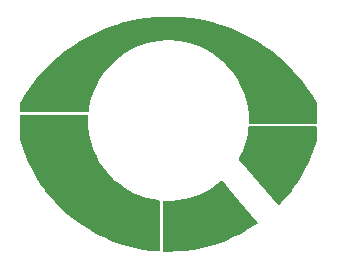
<source format=gbr>
%TF.GenerationSoftware,KiCad,Pcbnew,8.0.5*%
%TF.CreationDate,2024-10-26T17:45:05+02:00*%
%TF.ProjectId,LEDRing,4c454452-696e-4672-9e6b-696361645f70,rev?*%
%TF.SameCoordinates,Original*%
%TF.FileFunction,Copper,L1,Top*%
%TF.FilePolarity,Positive*%
%FSLAX46Y46*%
G04 Gerber Fmt 4.6, Leading zero omitted, Abs format (unit mm)*
G04 Created by KiCad (PCBNEW 8.0.5) date 2024-10-26 17:45:05*
%MOMM*%
%LPD*%
G01*
G04 APERTURE LIST*
G04 Aperture macros list*
%AMRoundRect*
0 Rectangle with rounded corners*
0 $1 Rounding radius*
0 $2 $3 $4 $5 $6 $7 $8 $9 X,Y pos of 4 corners*
0 Add a 4 corners polygon primitive as box body*
4,1,4,$2,$3,$4,$5,$6,$7,$8,$9,$2,$3,0*
0 Add four circle primitives for the rounded corners*
1,1,$1+$1,$2,$3*
1,1,$1+$1,$4,$5*
1,1,$1+$1,$6,$7*
1,1,$1+$1,$8,$9*
0 Add four rect primitives between the rounded corners*
20,1,$1+$1,$2,$3,$4,$5,0*
20,1,$1+$1,$4,$5,$6,$7,0*
20,1,$1+$1,$6,$7,$8,$9,0*
20,1,$1+$1,$8,$9,$2,$3,0*%
G04 Aperture macros list end*
%TA.AperFunction,SMDPad,CuDef*%
%ADD10R,1.600000X2.400000*%
%TD*%
%TA.AperFunction,SMDPad,CuDef*%
%ADD11R,0.600000X2.400000*%
%TD*%
%TA.AperFunction,SMDPad,CuDef*%
%ADD12R,0.600000X0.500000*%
%TD*%
%TA.AperFunction,SMDPad,CuDef*%
%ADD13R,2.400000X1.600000*%
%TD*%
%TA.AperFunction,SMDPad,CuDef*%
%ADD14R,2.400000X0.600000*%
%TD*%
%TA.AperFunction,SMDPad,CuDef*%
%ADD15R,0.500000X0.600000*%
%TD*%
%TA.AperFunction,SMDPad,CuDef*%
%ADD16RoundRect,0.250000X-0.735230X-0.290580X-0.413836X-0.673602X0.735230X0.290580X0.413836X0.673602X0*%
%TD*%
G04 APERTURE END LIST*
D10*
%TO.P,D3,1,K*%
%TO.N,Net-(D3-K)*%
X150575000Y-108800000D03*
D11*
%TO.P,D3,2,A*%
%TO.N,Net-(D2-K)*%
X148925000Y-108800000D03*
D12*
X148625000Y-108800000D03*
%TD*%
D13*
%TO.P,D2,1,K*%
%TO.N,Net-(D2-K)*%
X140500000Y-100575000D03*
D14*
%TO.P,D2,2,A*%
%TO.N,Net-(D1-K)*%
X140500000Y-98925000D03*
D15*
X140500000Y-98625000D03*
%TD*%
D13*
%TO.P,D1,1,K*%
%TO.N,Net-(D1-K)*%
X159500000Y-99425000D03*
D14*
%TO.P,D1,2,A*%
%TO.N,Net-(D1-A)*%
X159500000Y-101075000D03*
D15*
X159500000Y-101375000D03*
%TD*%
D16*
%TO.P,J2,1,Pin_1*%
%TO.N,Net-(D3-K)*%
X154900000Y-107400000D03*
%TD*%
%TO.P,J1,1,Pin_1*%
%TO.N,Net-(D1-A)*%
X158500000Y-104400000D03*
%TD*%
%TA.AperFunction,Conductor*%
%TO.N,Net-(D1-K)*%
G36*
X150376529Y-91205433D02*
G01*
X151120932Y-91243887D01*
X151124731Y-91244181D01*
X151866190Y-91320992D01*
X151869943Y-91321478D01*
X152606483Y-91436443D01*
X152610178Y-91437118D01*
X153339810Y-91589928D01*
X153343487Y-91590798D01*
X154054888Y-91778572D01*
X154064231Y-91781038D01*
X154067898Y-91782108D01*
X154777838Y-92009268D01*
X154781444Y-92010525D01*
X155478742Y-92274017D01*
X155482278Y-92275459D01*
X156165031Y-92574564D01*
X156168488Y-92576186D01*
X156834906Y-92910117D01*
X156838272Y-92911913D01*
X157486603Y-93279796D01*
X157489847Y-93281750D01*
X157989229Y-93600248D01*
X158118323Y-93682582D01*
X158121484Y-93684714D01*
X158728465Y-94117450D01*
X158731490Y-94119728D01*
X159315317Y-94583184D01*
X159318214Y-94585608D01*
X159877392Y-95078601D01*
X159880167Y-95081179D01*
X160413127Y-95602325D01*
X160415784Y-95605061D01*
X160571758Y-95774178D01*
X160921143Y-96153003D01*
X160923659Y-96155876D01*
X161400083Y-96729165D01*
X161402447Y-96732164D01*
X161762815Y-97214395D01*
X161848658Y-97329266D01*
X161850864Y-97332383D01*
X162265664Y-97951692D01*
X162267707Y-97954918D01*
X162589026Y-98492735D01*
X162599500Y-98530688D01*
X162599500Y-100220500D01*
X162577826Y-100272826D01*
X162525500Y-100294500D01*
X156865602Y-100294500D01*
X156813276Y-100272826D01*
X156791602Y-100220500D01*
X156791656Y-100217665D01*
X156792483Y-100196071D01*
X156800000Y-100000000D01*
X156780047Y-99479465D01*
X156720307Y-98961985D01*
X156621129Y-98450596D01*
X156483095Y-97948300D01*
X156453961Y-97867183D01*
X156307021Y-97458055D01*
X156307020Y-97458054D01*
X156307017Y-97458044D01*
X156093926Y-96982705D01*
X155845073Y-96525073D01*
X155605035Y-96154411D01*
X155561924Y-96087839D01*
X155561923Y-96087838D01*
X155561920Y-96087833D01*
X155246126Y-95673551D01*
X154899547Y-95284659D01*
X154685429Y-95078591D01*
X154524216Y-94923438D01*
X154122339Y-94592013D01*
X154122333Y-94592008D01*
X153696259Y-94292315D01*
X153696255Y-94292313D01*
X153696250Y-94292309D01*
X153248507Y-94026123D01*
X153248493Y-94026116D01*
X152781675Y-93794978D01*
X152781662Y-93794973D01*
X152298514Y-93600247D01*
X152298495Y-93600240D01*
X151801892Y-93443081D01*
X151801878Y-93443077D01*
X151801874Y-93443076D01*
X151801867Y-93443074D01*
X151801862Y-93443073D01*
X151294671Y-93324385D01*
X151294665Y-93324384D01*
X151294662Y-93324383D01*
X151294660Y-93324383D01*
X150987917Y-93277004D01*
X150779848Y-93244866D01*
X150714923Y-93239881D01*
X150260459Y-93204990D01*
X149739541Y-93204990D01*
X149335572Y-93236004D01*
X149220151Y-93244866D01*
X148705334Y-93324384D01*
X148705328Y-93324385D01*
X148198137Y-93443073D01*
X148198107Y-93443081D01*
X147701504Y-93600240D01*
X147701485Y-93600247D01*
X147218337Y-93794973D01*
X147218324Y-93794978D01*
X146751506Y-94026116D01*
X146751492Y-94026123D01*
X146303749Y-94292309D01*
X145877676Y-94592001D01*
X145877660Y-94592013D01*
X145475783Y-94923438D01*
X145100451Y-95284661D01*
X144753881Y-95673542D01*
X144438079Y-96087834D01*
X144438075Y-96087839D01*
X144154925Y-96525074D01*
X144154925Y-96525075D01*
X143906082Y-96982689D01*
X143906065Y-96982723D01*
X143692986Y-97458037D01*
X143692978Y-97458055D01*
X143516909Y-97948285D01*
X143516905Y-97948300D01*
X143389559Y-98411705D01*
X143378870Y-98450601D01*
X143378869Y-98450605D01*
X143279694Y-98961977D01*
X143279693Y-98961980D01*
X143248290Y-99234002D01*
X143220758Y-99283497D01*
X143166291Y-99299027D01*
X143160344Y-99298094D01*
X143155412Y-99297113D01*
X143142275Y-99294500D01*
X137474500Y-99294500D01*
X137422174Y-99272826D01*
X137400500Y-99220500D01*
X137400500Y-98530688D01*
X137410974Y-98492735D01*
X137557460Y-98247550D01*
X137732298Y-97954909D01*
X137734318Y-97951718D01*
X138149154Y-97332355D01*
X138151320Y-97329294D01*
X138597569Y-96732142D01*
X138599898Y-96729187D01*
X139076350Y-96155864D01*
X139078845Y-96153015D01*
X139584234Y-95605040D01*
X139586848Y-95602349D01*
X140119851Y-95081161D01*
X140122587Y-95078619D01*
X140681803Y-94585591D01*
X140684662Y-94583200D01*
X141268527Y-94119714D01*
X141271516Y-94117464D01*
X141878533Y-93684702D01*
X141881651Y-93682598D01*
X142510169Y-93281739D01*
X142513379Y-93279806D01*
X143161743Y-92911904D01*
X143165073Y-92910127D01*
X143831521Y-92576180D01*
X143834956Y-92574569D01*
X144517726Y-92275456D01*
X144521257Y-92274017D01*
X145218567Y-92010520D01*
X145222147Y-92009272D01*
X145932111Y-91782104D01*
X145935758Y-91781040D01*
X146656521Y-91590796D01*
X146660180Y-91589930D01*
X147389827Y-91437117D01*
X147393509Y-91436444D01*
X148130061Y-91321478D01*
X148133804Y-91320992D01*
X148875271Y-91244181D01*
X148879064Y-91243887D01*
X149623471Y-91205433D01*
X149627289Y-91205334D01*
X150372711Y-91205334D01*
X150376529Y-91205433D01*
G37*
%TD.AperFunction*%
%TD*%
%TA.AperFunction,Conductor*%
%TO.N,Net-(D1-A)*%
G36*
X162577826Y-100521674D02*
G01*
X162599500Y-100574000D01*
X162599500Y-101529705D01*
X162596277Y-101551305D01*
X162548917Y-101706481D01*
X162407362Y-102170283D01*
X162406087Y-102174088D01*
X162163832Y-102836798D01*
X162162352Y-102840528D01*
X161884542Y-103489094D01*
X161882863Y-103492739D01*
X161570286Y-104125328D01*
X161568411Y-104128876D01*
X161222013Y-104743567D01*
X161219949Y-104747008D01*
X160840735Y-105342021D01*
X160838487Y-105345346D01*
X160427571Y-105918931D01*
X160425146Y-105922129D01*
X159983743Y-106472590D01*
X159981149Y-106475651D01*
X159510555Y-107001375D01*
X159507798Y-107004292D01*
X159369963Y-107142413D01*
X159317660Y-107164141D01*
X159265311Y-107142521D01*
X159261426Y-107138330D01*
X156136634Y-103492739D01*
X155985503Y-103316419D01*
X155967906Y-103262584D01*
X155976677Y-103232911D01*
X156093926Y-103017295D01*
X156307017Y-102541956D01*
X156483095Y-102051700D01*
X156621129Y-101549404D01*
X156720307Y-101038015D01*
X156774854Y-100565512D01*
X156802386Y-100516018D01*
X156848366Y-100500000D01*
X162525500Y-100500000D01*
X162577826Y-100521674D01*
G37*
%TD.AperFunction*%
%TD*%
%TA.AperFunction,Conductor*%
%TO.N,Net-(D2-K)*%
G36*
X143194601Y-99521674D02*
G01*
X143216275Y-99574000D01*
X143216221Y-99576834D01*
X143200000Y-99999999D01*
X143219953Y-100520537D01*
X143279693Y-101038016D01*
X143279694Y-101038022D01*
X143377192Y-101540746D01*
X143378871Y-101549404D01*
X143422037Y-101706481D01*
X143516909Y-102051714D01*
X143692978Y-102541944D01*
X143692986Y-102541962D01*
X143906065Y-103017276D01*
X143906082Y-103017310D01*
X144154925Y-103474924D01*
X144154925Y-103474925D01*
X144438075Y-103912160D01*
X144438080Y-103912167D01*
X144753874Y-104326449D01*
X145100453Y-104715341D01*
X145302228Y-104909530D01*
X145475783Y-105076561D01*
X145773520Y-105322103D01*
X145877667Y-105407992D01*
X146303741Y-105707685D01*
X146303746Y-105707688D01*
X146303749Y-105707690D01*
X146751492Y-105973876D01*
X146751499Y-105973879D01*
X146751505Y-105973883D01*
X146994467Y-106094181D01*
X147218324Y-106205021D01*
X147218328Y-106205022D01*
X147218333Y-106205025D01*
X147701485Y-106399752D01*
X147701504Y-106399759D01*
X148103333Y-106526925D01*
X148198126Y-106556924D01*
X148705340Y-106675617D01*
X149220153Y-106755134D01*
X149230051Y-106755893D01*
X149280564Y-106781506D01*
X149298172Y-106835337D01*
X149296968Y-106844109D01*
X149294500Y-106856519D01*
X149294500Y-111000291D01*
X149272826Y-111052617D01*
X149220500Y-111074291D01*
X149214486Y-111074046D01*
X148585421Y-111022755D01*
X148581432Y-111022321D01*
X147882320Y-110926941D01*
X147878360Y-110926291D01*
X147185446Y-110793153D01*
X147181527Y-110792289D01*
X146496862Y-110621786D01*
X146492995Y-110620711D01*
X145818570Y-110413339D01*
X145814768Y-110412056D01*
X145152583Y-110168431D01*
X145148856Y-110166944D01*
X144500846Y-109887778D01*
X144497205Y-109886091D01*
X143865275Y-109572203D01*
X143861730Y-109570320D01*
X143247769Y-109222649D01*
X143244332Y-109220578D01*
X142650100Y-108840122D01*
X142646780Y-108837867D01*
X142074053Y-108425761D01*
X142070861Y-108423330D01*
X141521314Y-107980780D01*
X141518279Y-107978198D01*
X140993517Y-107506496D01*
X140990607Y-107503734D01*
X140492201Y-107004292D01*
X140489444Y-107001375D01*
X140359778Y-106856519D01*
X140018845Y-106475646D01*
X140016256Y-106472590D01*
X139574843Y-105922116D01*
X139572438Y-105918944D01*
X139161499Y-105345327D01*
X139159276Y-105342040D01*
X138780044Y-104746998D01*
X138777986Y-104743567D01*
X138431588Y-104128876D01*
X138429713Y-104125328D01*
X138404026Y-104073344D01*
X138117136Y-103492739D01*
X138115457Y-103489094D01*
X137913371Y-103017310D01*
X137837639Y-102840509D01*
X137836174Y-102836816D01*
X137593906Y-102174071D01*
X137592643Y-102170300D01*
X137403723Y-101551306D01*
X137400500Y-101529705D01*
X137400500Y-99574000D01*
X137422174Y-99521674D01*
X137474500Y-99500000D01*
X143142275Y-99500000D01*
X143194601Y-99521674D01*
G37*
%TD.AperFunction*%
%TD*%
%TA.AperFunction,Conductor*%
%TO.N,Net-(D3-K)*%
G36*
X154574334Y-105129771D02*
G01*
X155110288Y-105761006D01*
X155977794Y-106782735D01*
X157530687Y-108611698D01*
X157548032Y-108665614D01*
X157522172Y-108716003D01*
X157517498Y-108719659D01*
X157353219Y-108837867D01*
X157349899Y-108840122D01*
X156755667Y-109220578D01*
X156752230Y-109222649D01*
X156138269Y-109570320D01*
X156134724Y-109572203D01*
X155502794Y-109886091D01*
X155499153Y-109887778D01*
X154851143Y-110166944D01*
X154847416Y-110168431D01*
X154185231Y-110412056D01*
X154181429Y-110413339D01*
X153507004Y-110620711D01*
X153503137Y-110621786D01*
X152818472Y-110792289D01*
X152814553Y-110793153D01*
X152121639Y-110926291D01*
X152117679Y-110926941D01*
X151418567Y-111022321D01*
X151414578Y-111022755D01*
X150711344Y-111080094D01*
X150707337Y-111080312D01*
X150002007Y-111099444D01*
X149997993Y-111099444D01*
X149571993Y-111087888D01*
X149520274Y-111064803D01*
X149500000Y-111013915D01*
X149500000Y-106856518D01*
X149521674Y-106804192D01*
X149574000Y-106782518D01*
X149579651Y-106782734D01*
X149739541Y-106795010D01*
X149739548Y-106795010D01*
X150260452Y-106795010D01*
X150260459Y-106795010D01*
X150779847Y-106755134D01*
X151294660Y-106675617D01*
X151801874Y-106556924D01*
X151956632Y-106507947D01*
X152298495Y-106399759D01*
X152298507Y-106399754D01*
X152298515Y-106399752D01*
X152781667Y-106205025D01*
X153248495Y-105973883D01*
X153696259Y-105707685D01*
X154122333Y-105407992D01*
X154470844Y-105120576D01*
X154525002Y-105104006D01*
X154574334Y-105129771D01*
G37*
%TD.AperFunction*%
%TD*%
M02*

</source>
